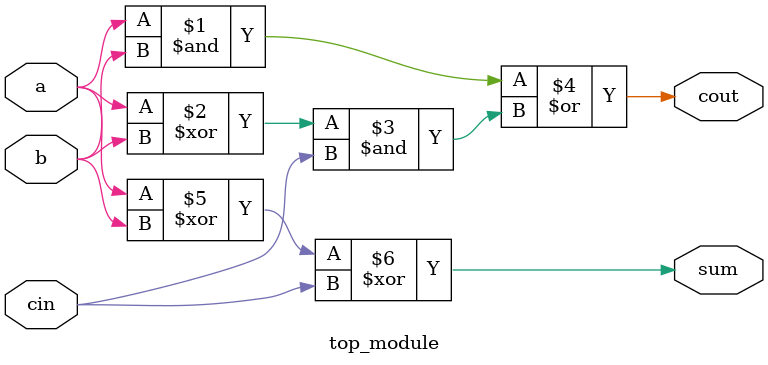
<source format=v>
module top_module( 
    input a, b, cin,
    output cout, sum );

assign cout = (a & b) | ( (a^b) & cin);
assign sum = a ^ b ^ cin;


endmodule
//cout = (a & b) | (b & cin) | (cin & a);
</source>
